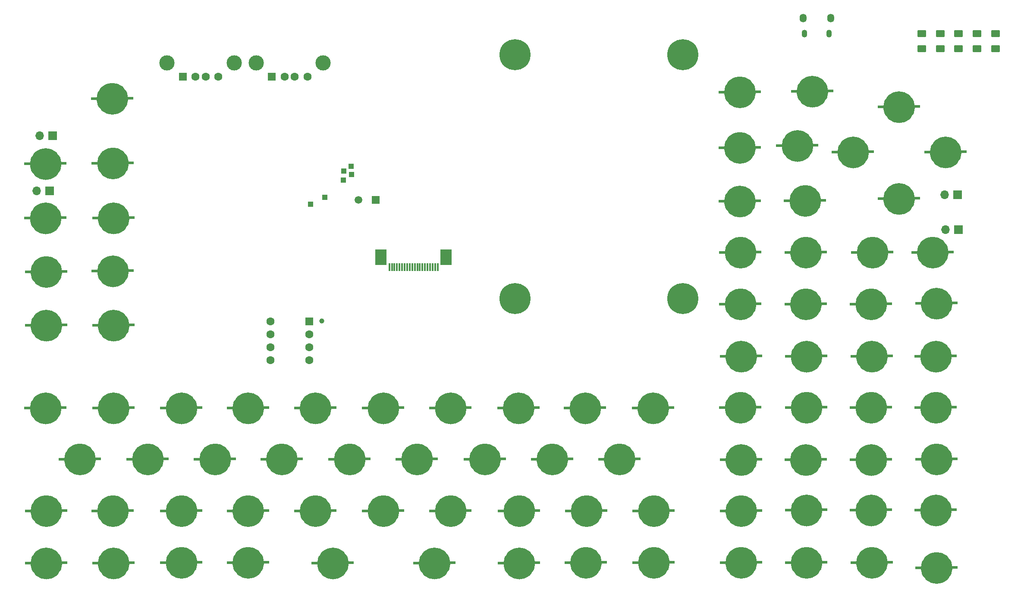
<source format=gbr>
%TF.GenerationSoftware,KiCad,Pcbnew,(5.99.0-9972-g9020611657)*%
%TF.CreationDate,2021-05-31T19:12:41-05:00*%
%TF.ProjectId,ti92revive,74693932-7265-4766-9976-652e6b696361,rev?*%
%TF.SameCoordinates,Original*%
%TF.FileFunction,Soldermask,Top*%
%TF.FilePolarity,Negative*%
%FSLAX46Y46*%
G04 Gerber Fmt 4.6, Leading zero omitted, Abs format (unit mm)*
G04 Created by KiCad (PCBNEW (5.99.0-9972-g9020611657)) date 2021-05-31 19:12:41*
%MOMM*%
%LPD*%
G01*
G04 APERTURE LIST*
G04 Aperture macros list*
%AMRoundRect*
0 Rectangle with rounded corners*
0 $1 Rounding radius*
0 $2 $3 $4 $5 $6 $7 $8 $9 X,Y pos of 4 corners*
0 Add a 4 corners polygon primitive as box body*
4,1,4,$2,$3,$4,$5,$6,$7,$8,$9,$2,$3,0*
0 Add four circle primitives for the rounded corners*
1,1,$1+$1,$2,$3*
1,1,$1+$1,$4,$5*
1,1,$1+$1,$6,$7*
1,1,$1+$1,$8,$9*
0 Add four rect primitives between the rounded corners*
20,1,$1+$1,$2,$3,$4,$5,0*
20,1,$1+$1,$4,$5,$6,$7,0*
20,1,$1+$1,$6,$7,$8,$9,0*
20,1,$1+$1,$8,$9,$2,$3,0*%
G04 Aperture macros list end*
%ADD10C,3.100000*%
%ADD11R,1.000000X1.000000*%
%ADD12R,0.300000X1.600000*%
%ADD13R,2.240000X3.120000*%
%ADD14R,1.163750X0.608124*%
%ADD15R,1.133124X0.555624*%
%ADD16RoundRect,0.250001X0.624999X-0.462499X0.624999X0.462499X-0.624999X0.462499X-0.624999X-0.462499X0*%
%ADD17C,1.500000*%
%ADD18C,1.000000*%
%ADD19R,1.500000X1.500000*%
%ADD20R,1.700000X1.700000*%
%ADD21O,1.700000X1.700000*%
%ADD22O,1.350000X1.700000*%
%ADD23O,1.100000X1.500000*%
%ADD24R,1.600000X1.600000*%
%ADD25C,1.600000*%
%ADD26C,3.000000*%
%ADD27C,6.100000*%
G04 APERTURE END LIST*
D10*
%TO.C,kbLBrack1*%
X206073000Y-100577000D02*
G75*
G03*
X206073000Y-100577000I-1550000J0D01*
G01*
%TO.C,kbMode1*%
X205819000Y-59556000D02*
G75*
G03*
X205819000Y-59556000I-1550000J0D01*
G01*
%TO.C,kbAPPS2*%
X218773000Y-80130000D02*
G75*
G03*
X218773000Y-80130000I-1550000J0D01*
G01*
%TO.C,kbQ1*%
X69548000Y-110737000D02*
G75*
G03*
X69548000Y-110737000I-1550000J0D01*
G01*
%TO.C,kbN7*%
X218900000Y-110610000D02*
G75*
G03*
X218900000Y-110610000I-1550000J0D01*
G01*
%TO.C,kbALT1*%
X82883000Y-141217000D02*
G75*
G03*
X82883000Y-141217000I-1550000J0D01*
G01*
%TO.C,kbA1*%
X76279000Y-120770000D02*
G75*
G03*
X76279000Y-120770000I-1550000J0D01*
G01*
%TO.C,kbK1*%
X168989000Y-120770000D02*
G75*
G03*
X168989000Y-120770000I-1550000J0D01*
G01*
%TO.C,kbV1*%
X122507000Y-130930000D02*
G75*
G03*
X122507000Y-130930000I-1550000J0D01*
G01*
%TO.C,kbDot1*%
X218900000Y-141090000D02*
G75*
G03*
X218900000Y-141090000I-1550000J0D01*
G01*
%TO.C,kbF1*%
X115903000Y-120770000D02*
G75*
G03*
X115903000Y-120770000I-1550000J0D01*
G01*
%TO.C,kf5*%
X82756000Y-62604000D02*
G75*
G03*
X82756000Y-62604000I-1550000J0D01*
G01*
%TO.C,kbLn1*%
X205946000Y-80130000D02*
G75*
G03*
X205946000Y-80130000I-1550000J0D01*
G01*
%TO.C,kbTAN1*%
X231600000Y-90290000D02*
G75*
G03*
X231600000Y-90290000I-1550000J0D01*
G01*
%TO.C,kbEnterNum1*%
X231854000Y-80130000D02*
G75*
G03*
X231854000Y-80130000I-1550000J0D01*
G01*
%TO.C,kbALTG1*%
X162512000Y-141217000D02*
G75*
G03*
X162512000Y-141217000I-1550000J0D01*
G01*
%TO.C,kbL1*%
X182197000Y-120770000D02*
G75*
G03*
X182197000Y-120770000I-1550000J0D01*
G01*
%TO.C,kbDot2*%
X175720000Y-130930000D02*
G75*
G03*
X175720000Y-130930000I-1550000J0D01*
G01*
%TO.C,kbS1*%
X89614000Y-120770000D02*
G75*
G03*
X89614000Y-120770000I-1550000J0D01*
G01*
%TO.C,kbY1*%
X135842000Y-110737000D02*
G75*
G03*
X135842000Y-110737000I-1550000J0D01*
G01*
%TO.C,kf8*%
X82883000Y-94481000D02*
G75*
G03*
X82883000Y-94481000I-1550000J0D01*
G01*
%TO.C,kbN2*%
X218900000Y-130803000D02*
G75*
G03*
X218900000Y-130803000I-1550000J0D01*
G01*
%TO.C,kbP1*%
X188801000Y-110737000D02*
G75*
G03*
X188801000Y-110737000I-1550000J0D01*
G01*
%TO.C,kf3*%
X69675000Y-83940000D02*
G75*
G03*
X69675000Y-83940000I-1550000J0D01*
G01*
%TO.C,kbClear1*%
X205819000Y-70097000D02*
G75*
G03*
X205819000Y-70097000I-1550000J0D01*
G01*
%TO.C,kbJ1*%
X155781000Y-120770000D02*
G75*
G03*
X155781000Y-120770000I-1550000J0D01*
G01*
%TO.C,kbSpace1*%
X125936000Y-141217000D02*
G75*
G03*
X125936000Y-141217000I-1550000J0D01*
G01*
%TO.C,kN666*%
X231600000Y-120897000D02*
G75*
G03*
X231600000Y-120897000I-1550000J0D01*
G01*
%TO.C,kbShiftL1*%
X69675000Y-130930000D02*
G75*
G03*
X69675000Y-130930000I-1550000J0D01*
G01*
%TO.C,kbSpace2*%
X145875000Y-141217000D02*
G75*
G03*
X145875000Y-141217000I-1550000J0D01*
G01*
%TO.C,arrwDWN1*%
X237061000Y-69589000D02*
G75*
G03*
X237061000Y-69589000I-1550000J0D01*
G01*
%TO.C,kbMult1*%
X244300000Y-110610000D02*
G75*
G03*
X244300000Y-110610000I-1550000J0D01*
G01*
%TO.C,klock1*%
X82629000Y-49904000D02*
G75*
G03*
X82629000Y-49904000I-1550000J0D01*
G01*
%TO.C,kbT1*%
X122507000Y-110737000D02*
G75*
G03*
X122507000Y-110737000I-1550000J0D01*
G01*
%TO.C,kbN3*%
X231600000Y-130803000D02*
G75*
G03*
X231600000Y-130803000I-1550000J0D01*
G01*
%TO.C,kbM1*%
X162512000Y-130930000D02*
G75*
G03*
X162512000Y-130930000I-1550000J0D01*
G01*
%TO.C,kbN8*%
X231600000Y-110610000D02*
G75*
G03*
X231600000Y-110610000I-1550000J0D01*
G01*
%TO.C,kf2*%
X69548000Y-73399000D02*
G75*
G03*
X69548000Y-73399000I-1550000J0D01*
G01*
%TO.C,kbSIN1*%
X205946000Y-90290000D02*
G75*
G03*
X205946000Y-90290000I-1550000J0D01*
G01*
%TO.C,kbESC1*%
X220043000Y-48507000D02*
G75*
G03*
X220043000Y-48507000I-1550000J0D01*
G01*
%TO.C,kb2nd1*%
X205819000Y-48634000D02*
G75*
G03*
X205819000Y-48634000I-1550000J0D01*
G01*
%TO.C,kbN5*%
X205946000Y-110610000D02*
G75*
G03*
X205946000Y-110610000I-1550000J0D01*
G01*
%TO.C,kbH1*%
X142446000Y-120770000D02*
G75*
G03*
X142446000Y-120770000I-1550000J0D01*
G01*
%TO.C,kbO1*%
X175466000Y-110737000D02*
G75*
G03*
X175466000Y-110737000I-1550000J0D01*
G01*
%TO.C,kbNeg1*%
X231727000Y-141090000D02*
G75*
G03*
X231727000Y-141090000I-1550000J0D01*
G01*
%TO.C,kf6*%
X82883000Y-73399000D02*
G75*
G03*
X82883000Y-73399000I-1550000J0D01*
G01*
%TO.C,kbN9*%
X206073000Y-120897000D02*
G75*
G03*
X206073000Y-120897000I-1550000J0D01*
G01*
%TO.C,kbG1*%
X129238000Y-120770000D02*
G75*
G03*
X129238000Y-120770000I-1550000J0D01*
G01*
%TO.C,arrwRight1*%
X246205000Y-60445000D02*
G75*
G03*
X246205000Y-60445000I-1550000J0D01*
G01*
%TO.C,kf7*%
X82756000Y-83813000D02*
G75*
G03*
X82756000Y-83813000I-1550000J0D01*
G01*
%TO.C,kbPowerButton1*%
X69675000Y-141217000D02*
G75*
G03*
X69675000Y-141217000I-1550000J0D01*
G01*
%TO.C,kbN1*%
X206073000Y-130930000D02*
G75*
G03*
X206073000Y-130930000I-1550000J0D01*
G01*
%TO.C,kbAPPS1*%
X218646000Y-69970000D02*
G75*
G03*
X218646000Y-69970000I-1550000J0D01*
G01*
%TO.C,kf4*%
X69675000Y-94481000D02*
G75*
G03*
X69675000Y-94481000I-1550000J0D01*
G01*
%TO.C,kbBKSP1*%
X175593000Y-141090000D02*
G75*
G03*
X175593000Y-141090000I-1550000J0D01*
G01*
%TO.C,kbMinus1*%
X244427000Y-120770000D02*
G75*
G03*
X244427000Y-120770000I-1550000J0D01*
G01*
%TO.C,kbX1*%
X96218000Y-130930000D02*
G75*
G03*
X96218000Y-130930000I-1550000J0D01*
G01*
%TO.C,kbD1*%
X102822000Y-120770000D02*
G75*
G03*
X102822000Y-120770000I-1550000J0D01*
G01*
%TO.C,kbI1*%
X162385000Y-110737000D02*
G75*
G03*
X162385000Y-110737000I-1550000J0D01*
G01*
%TO.C,kbB1*%
X135842000Y-130930000D02*
G75*
G03*
X135842000Y-130930000I-1550000J0D01*
G01*
%TO.C,arrwUP1*%
X237061000Y-51555000D02*
G75*
G03*
X237061000Y-51555000I-1550000J0D01*
G01*
%TO.C,kf1*%
X69548000Y-62731000D02*
G75*
G03*
X69548000Y-62731000I-1550000J0D01*
G01*
%TO.C,kbW1*%
X82883000Y-110737000D02*
G75*
G03*
X82883000Y-110737000I-1550000J0D01*
G01*
%TO.C,kbTAB1*%
X109299000Y-141090000D02*
G75*
G03*
X109299000Y-141090000I-1550000J0D01*
G01*
%TO.C,arrwLeft1*%
X228044000Y-60445000D02*
G75*
G03*
X228044000Y-60445000I-1550000J0D01*
G01*
%TO.C,kbEnterNum66*%
X243665000Y-80130000D02*
G75*
G03*
X243665000Y-80130000I-1550000J0D01*
G01*
%TO.C,kbENT1*%
X244427000Y-142106000D02*
G75*
G03*
X244427000Y-142106000I-1550000J0D01*
G01*
%TO.C,kbN4*%
X206073000Y-141090000D02*
G75*
G03*
X206073000Y-141090000I-1550000J0D01*
G01*
%TO.C,kbR1*%
X109299000Y-110737000D02*
G75*
G03*
X109299000Y-110737000I-1550000J0D01*
G01*
%TO.C,kbComa1*%
X231727000Y-100577000D02*
G75*
G03*
X231727000Y-100577000I-1550000J0D01*
G01*
%TO.C,kbAnex2*%
X96218000Y-141090000D02*
G75*
G03*
X96218000Y-141090000I-1550000J0D01*
G01*
%TO.C,kbESC55*%
X217122000Y-59175000D02*
G75*
G03*
X217122000Y-59175000I-1550000J0D01*
G01*
%TO.C,kbCOS1*%
X218773000Y-90290000D02*
G75*
G03*
X218773000Y-90290000I-1550000J0D01*
G01*
%TO.C,kbC1*%
X109299000Y-130930000D02*
G75*
G03*
X109299000Y-130930000I-1550000J0D01*
G01*
%TO.C,kbU1*%
X149050000Y-110737000D02*
G75*
G03*
X149050000Y-110737000I-1550000J0D01*
G01*
%TO.C,kbZ1*%
X82756000Y-130930000D02*
G75*
G03*
X82756000Y-130930000I-1550000J0D01*
G01*
%TO.C,kbRET32*%
X188928000Y-141090000D02*
G75*
G03*
X188928000Y-141090000I-1550000J0D01*
G01*
%TO.C,kbRBrack1*%
X218900000Y-100577000D02*
G75*
G03*
X218900000Y-100577000I-1550000J0D01*
G01*
%TO.C,kbPI1*%
X244427000Y-90163000D02*
G75*
G03*
X244427000Y-90163000I-1550000J0D01*
G01*
%TO.C,kbN521*%
X218773000Y-120897000D02*
G75*
G03*
X218773000Y-120897000I-1550000J0D01*
G01*
%TO.C,kbRET1*%
X188928000Y-130930000D02*
G75*
G03*
X188928000Y-130930000I-1550000J0D01*
G01*
%TO.C,kwE1*%
X96218000Y-110737000D02*
G75*
G03*
X96218000Y-110737000I-1550000J0D01*
G01*
%TO.C,kbDiv1*%
X244300000Y-100577000D02*
G75*
G03*
X244300000Y-100577000I-1550000J0D01*
G01*
%TO.C,kbN6*%
X149050000Y-130930000D02*
G75*
G03*
X149050000Y-130930000I-1550000J0D01*
G01*
%TO.C,kbPLUS1*%
X244300000Y-130803000D02*
G75*
G03*
X244300000Y-130803000I-1550000J0D01*
G01*
%TD*%
D11*
%TO.C,TP22*%
X127980000Y-63200000D03*
%TD*%
%TO.C,TP19*%
X122790000Y-69280000D03*
%TD*%
%TO.C,TP18*%
X126460000Y-65840000D03*
%TD*%
%TO.C,TP17*%
X128050000Y-64800000D03*
%TD*%
%TO.C,TP16*%
X126470000Y-64130000D03*
%TD*%
%TO.C,TP13*%
X120010000Y-70580000D03*
%TD*%
D12*
%TO.C,J6*%
X135453000Y-82980000D03*
X135953000Y-82980000D03*
X136453000Y-82980000D03*
X136953000Y-82980000D03*
X137453000Y-82980000D03*
X137953000Y-82980000D03*
X138453000Y-82980000D03*
X138953000Y-82980000D03*
X139453000Y-82980000D03*
X139953000Y-82980000D03*
X140453000Y-82980000D03*
X140953000Y-82980000D03*
X141453000Y-82980000D03*
X141953000Y-82980000D03*
X142453000Y-82980000D03*
X142953000Y-82980000D03*
X143453000Y-82980000D03*
X143953000Y-82980000D03*
X144453000Y-82980000D03*
X144953000Y-82980000D03*
D13*
X133806000Y-81000000D03*
X146600000Y-81000000D03*
%TD*%
D14*
%TO.C,kbLBrack1*%
X200924875Y-100511062D03*
D15*
X208093000Y-100457000D03*
%TD*%
D14*
%TO.C,kbMode1*%
X200670875Y-59490062D03*
D15*
X207839000Y-59436000D03*
%TD*%
D14*
%TO.C,kbAPPS2*%
X213624875Y-80064062D03*
D15*
X220793000Y-80010000D03*
%TD*%
D14*
%TO.C,kbQ1*%
X64399875Y-110671062D03*
D15*
X71568000Y-110617000D03*
%TD*%
D14*
%TO.C,kbN7*%
X213751875Y-110544062D03*
D15*
X220920000Y-110490000D03*
%TD*%
D14*
%TO.C,kbALT1*%
X77734875Y-141151062D03*
D15*
X84903000Y-141097000D03*
%TD*%
D14*
%TO.C,kbA1*%
X71130875Y-120704062D03*
D15*
X78299000Y-120650000D03*
%TD*%
D14*
%TO.C,kbK1*%
X163840875Y-120704062D03*
D15*
X171009000Y-120650000D03*
%TD*%
D14*
%TO.C,kbV1*%
X117358875Y-130864062D03*
D15*
X124527000Y-130810000D03*
%TD*%
D14*
%TO.C,kbDot1*%
X213751875Y-141024062D03*
D15*
X220920000Y-140970000D03*
%TD*%
D14*
%TO.C,kbF1*%
X110754875Y-120704062D03*
D15*
X117923000Y-120650000D03*
%TD*%
D14*
%TO.C,kf5*%
X77607875Y-62538062D03*
D15*
X84776000Y-62484000D03*
%TD*%
D14*
%TO.C,kbLn1*%
X200797875Y-80064062D03*
D15*
X207966000Y-80010000D03*
%TD*%
D14*
%TO.C,kbTAN1*%
X226451875Y-90224062D03*
D15*
X233620000Y-90170000D03*
%TD*%
D14*
%TO.C,kbEnterNum1*%
X226705875Y-80064062D03*
D15*
X233874000Y-80010000D03*
%TD*%
D14*
%TO.C,kbALTG1*%
X157363875Y-141151062D03*
D15*
X164532000Y-141097000D03*
%TD*%
D14*
%TO.C,kbL1*%
X177048875Y-120704062D03*
D15*
X184217000Y-120650000D03*
%TD*%
D14*
%TO.C,kbDot2*%
X170571875Y-130864062D03*
D15*
X177740000Y-130810000D03*
%TD*%
D14*
%TO.C,kbS1*%
X84465875Y-120704062D03*
D15*
X91634000Y-120650000D03*
%TD*%
D16*
%TO.C,D2*%
X243600000Y-40087500D03*
X243600000Y-37112500D03*
%TD*%
D14*
%TO.C,kbY1*%
X130693875Y-110671062D03*
D15*
X137862000Y-110617000D03*
%TD*%
D14*
%TO.C,kf8*%
X77734875Y-94415062D03*
D15*
X84903000Y-94361000D03*
%TD*%
D14*
%TO.C,kbN2*%
X213751875Y-130737062D03*
D15*
X220920000Y-130683000D03*
%TD*%
D14*
%TO.C,kbP1*%
X183652875Y-110671062D03*
D15*
X190821000Y-110617000D03*
%TD*%
D17*
%TO.C,TP5*%
X129400000Y-69800000D03*
%TD*%
D14*
%TO.C,kf3*%
X64526875Y-83874062D03*
D15*
X71695000Y-83820000D03*
%TD*%
D14*
%TO.C,kbClear1*%
X200670875Y-70031062D03*
D15*
X207839000Y-69977000D03*
%TD*%
D16*
%TO.C,D82*%
X247200000Y-40087500D03*
X247200000Y-37112500D03*
%TD*%
D14*
%TO.C,kbJ1*%
X150632875Y-120704062D03*
D15*
X157801000Y-120650000D03*
%TD*%
D14*
%TO.C,kbSpace1*%
X120787875Y-141151062D03*
D15*
X127956000Y-141097000D03*
%TD*%
D14*
%TO.C,kN666*%
X226451875Y-120831062D03*
D15*
X233620000Y-120777000D03*
%TD*%
D14*
%TO.C,kbShiftL1*%
X64526875Y-130864062D03*
D15*
X71695000Y-130810000D03*
%TD*%
D14*
%TO.C,kbSpace2*%
X140726875Y-141151062D03*
D15*
X147895000Y-141097000D03*
%TD*%
D18*
%TO.C,TP25*%
X122200000Y-93600000D03*
%TD*%
D14*
%TO.C,arrwDWN1*%
X231912875Y-69523062D03*
D15*
X239081000Y-69469000D03*
%TD*%
D14*
%TO.C,kbMult1*%
X239151875Y-110544062D03*
D15*
X246320000Y-110490000D03*
%TD*%
D19*
%TO.C,TP6*%
X132800000Y-69800000D03*
%TD*%
D14*
%TO.C,klock1*%
X77480875Y-49838062D03*
D15*
X84649000Y-49784000D03*
%TD*%
D14*
%TO.C,kbT1*%
X117358875Y-110671062D03*
D15*
X124527000Y-110617000D03*
%TD*%
D14*
%TO.C,kbN3*%
X226451875Y-130737062D03*
D15*
X233620000Y-130683000D03*
%TD*%
D14*
%TO.C,kbM1*%
X157363875Y-130864062D03*
D15*
X164532000Y-130810000D03*
%TD*%
D14*
%TO.C,kbN8*%
X226451875Y-110544062D03*
D15*
X233620000Y-110490000D03*
%TD*%
D14*
%TO.C,kf2*%
X64399875Y-73333062D03*
D15*
X71568000Y-73279000D03*
%TD*%
D14*
%TO.C,kbSIN1*%
X200797875Y-90224062D03*
D15*
X207966000Y-90170000D03*
%TD*%
D14*
%TO.C,kbESC1*%
X214894875Y-48441062D03*
D15*
X222063000Y-48387000D03*
%TD*%
D14*
%TO.C,kb2nd1*%
X200670875Y-48568062D03*
D15*
X207839000Y-48514000D03*
%TD*%
D14*
%TO.C,kbN5*%
X200797875Y-110544062D03*
D15*
X207966000Y-110490000D03*
%TD*%
D14*
%TO.C,kbH1*%
X137297875Y-120704062D03*
D15*
X144466000Y-120650000D03*
%TD*%
D14*
%TO.C,kbO1*%
X170317875Y-110671062D03*
D15*
X177486000Y-110617000D03*
%TD*%
D14*
%TO.C,kbNeg1*%
X226578875Y-141024062D03*
D15*
X233747000Y-140970000D03*
%TD*%
D14*
%TO.C,kf6*%
X77734875Y-73333062D03*
D15*
X84903000Y-73279000D03*
%TD*%
D14*
%TO.C,kbN9*%
X200924875Y-120831062D03*
D15*
X208093000Y-120777000D03*
%TD*%
D14*
%TO.C,kbG1*%
X124089875Y-120704062D03*
D15*
X131258000Y-120650000D03*
%TD*%
D16*
%TO.C,D4*%
X239930000Y-40047500D03*
X239930000Y-37072500D03*
%TD*%
D14*
%TO.C,arrwRight1*%
X241056875Y-60379062D03*
D15*
X248225000Y-60325000D03*
%TD*%
D14*
%TO.C,kf7*%
X77607875Y-83747062D03*
D15*
X84776000Y-83693000D03*
%TD*%
D14*
%TO.C,kbPowerButton1*%
X64526875Y-141151062D03*
D15*
X71695000Y-141097000D03*
%TD*%
D14*
%TO.C,kbN1*%
X200924875Y-130864062D03*
D15*
X208093000Y-130810000D03*
%TD*%
D14*
%TO.C,kbAPPS1*%
X213497875Y-69904062D03*
D15*
X220666000Y-69850000D03*
%TD*%
D14*
%TO.C,kf4*%
X64526875Y-94415062D03*
D15*
X71695000Y-94361000D03*
%TD*%
D16*
%TO.C,D1*%
X254400000Y-40087500D03*
X254400000Y-37112500D03*
%TD*%
D14*
%TO.C,kbBKSP1*%
X170444875Y-141024062D03*
D15*
X177613000Y-140970000D03*
%TD*%
D14*
%TO.C,kbMinus1*%
X239278875Y-120704062D03*
D15*
X246447000Y-120650000D03*
%TD*%
D14*
%TO.C,kbX1*%
X91069875Y-130864062D03*
D15*
X98238000Y-130810000D03*
%TD*%
D14*
%TO.C,kbD1*%
X97673875Y-120704062D03*
D15*
X104842000Y-120650000D03*
%TD*%
D14*
%TO.C,kbI1*%
X157236875Y-110671062D03*
D15*
X164405000Y-110617000D03*
%TD*%
D14*
%TO.C,kbB1*%
X130693875Y-130864062D03*
D15*
X137862000Y-130810000D03*
%TD*%
D14*
%TO.C,arrwUP1*%
X231912875Y-51489062D03*
D15*
X239081000Y-51435000D03*
%TD*%
D14*
%TO.C,kf1*%
X64399875Y-62665062D03*
D15*
X71568000Y-62611000D03*
%TD*%
D14*
%TO.C,kbW1*%
X77734875Y-110671062D03*
D15*
X84903000Y-110617000D03*
%TD*%
D14*
%TO.C,kbTAB1*%
X104150875Y-141024062D03*
D15*
X111319000Y-140970000D03*
%TD*%
D14*
%TO.C,arrwLeft1*%
X222895875Y-60379062D03*
D15*
X230064000Y-60325000D03*
%TD*%
D14*
%TO.C,kbEnterNum66*%
X238516875Y-80064062D03*
D15*
X245685000Y-80010000D03*
%TD*%
D14*
%TO.C,kbENT1*%
X239278875Y-142040062D03*
D15*
X246447000Y-141986000D03*
%TD*%
D14*
%TO.C,kbN4*%
X200924875Y-141024062D03*
D15*
X208093000Y-140970000D03*
%TD*%
D16*
%TO.C,D81*%
X250800000Y-40087500D03*
X250800000Y-37112500D03*
%TD*%
D14*
%TO.C,kbR1*%
X104150875Y-110671062D03*
D15*
X111319000Y-110617000D03*
%TD*%
D14*
%TO.C,kbComa1*%
X226578875Y-100511062D03*
D15*
X233747000Y-100457000D03*
%TD*%
D14*
%TO.C,kbAnex2*%
X91069875Y-141024062D03*
D15*
X98238000Y-140970000D03*
%TD*%
D14*
%TO.C,kbESC55*%
X211973875Y-59109062D03*
D15*
X219142000Y-59055000D03*
%TD*%
D14*
%TO.C,kbCOS1*%
X213624875Y-90224062D03*
D15*
X220793000Y-90170000D03*
%TD*%
D14*
%TO.C,kbC1*%
X104150875Y-130864062D03*
D15*
X111319000Y-130810000D03*
%TD*%
D14*
%TO.C,kbU1*%
X143901875Y-110671062D03*
D15*
X151070000Y-110617000D03*
%TD*%
D14*
%TO.C,kbZ1*%
X77607875Y-130864062D03*
D15*
X84776000Y-130810000D03*
%TD*%
D14*
%TO.C,kbRET32*%
X183779875Y-141024062D03*
D15*
X190948000Y-140970000D03*
%TD*%
D14*
%TO.C,kbRBrack1*%
X213751875Y-100511062D03*
D15*
X220920000Y-100457000D03*
%TD*%
D14*
%TO.C,kbPI1*%
X239278875Y-90097062D03*
D15*
X246447000Y-90043000D03*
%TD*%
D14*
%TO.C,kbN521*%
X213624875Y-120831062D03*
D15*
X220793000Y-120777000D03*
%TD*%
D14*
%TO.C,kbRET1*%
X183779875Y-130864062D03*
D15*
X190948000Y-130810000D03*
%TD*%
D14*
%TO.C,kwE1*%
X91069875Y-110671062D03*
D15*
X98238000Y-110617000D03*
%TD*%
D14*
%TO.C,kbDiv1*%
X239151875Y-100511062D03*
D15*
X246320000Y-100457000D03*
%TD*%
D14*
%TO.C,kbN6*%
X143901875Y-130864062D03*
D15*
X151070000Y-130810000D03*
%TD*%
D14*
%TO.C,kbPLUS1*%
X239151875Y-130737062D03*
D15*
X246320000Y-130683000D03*
%TD*%
D20*
%TO.C,JP4*%
X247000000Y-68800000D03*
D21*
X244460000Y-68800000D03*
%TD*%
D22*
%TO.C,J1*%
X222105000Y-34085000D03*
D23*
X221795000Y-37085000D03*
X216955000Y-37085000D03*
D22*
X216645000Y-34085000D03*
%TD*%
D20*
%TO.C,TH1*%
X68800000Y-68000000D03*
D21*
X66260000Y-68000000D03*
%TD*%
D24*
%TO.C,U5*%
X119750000Y-93620000D03*
D25*
X119750000Y-96160000D03*
X119750000Y-98700000D03*
X119750000Y-101240000D03*
X112130000Y-101240000D03*
X112130000Y-98700000D03*
X112130000Y-96160000D03*
X112130000Y-93620000D03*
%TD*%
D20*
%TO.C,J2*%
X69400000Y-57200000D03*
D21*
X66860000Y-57200000D03*
%TD*%
D24*
%TO.C,J4*%
X94900000Y-45590000D03*
D25*
X97400000Y-45590000D03*
X99400000Y-45590000D03*
X101900000Y-45590000D03*
D26*
X91830000Y-42880000D03*
X104970000Y-42880000D03*
%TD*%
D27*
%TO.C,U1*%
X160100000Y-89200000D03*
X160100000Y-41200000D03*
X193100000Y-41200000D03*
X193100000Y-89200000D03*
%TD*%
D20*
%TO.C,J3*%
X247200000Y-75600000D03*
D21*
X244660000Y-75600000D03*
%TD*%
D24*
%TO.C,J5*%
X112400000Y-45590000D03*
D25*
X114900000Y-45590000D03*
X116900000Y-45590000D03*
X119400000Y-45590000D03*
D26*
X122470000Y-42880000D03*
X109330000Y-42880000D03*
%TD*%
M02*

</source>
